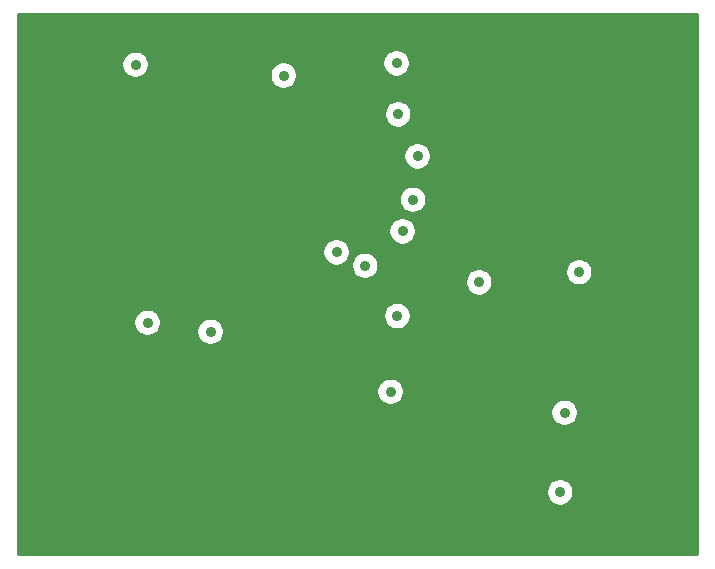
<source format=gbr>
G04 #@! TF.GenerationSoftware,KiCad,Pcbnew,(5.1.2)-2*
G04 #@! TF.CreationDate,2019-08-20T18:16:31+03:00*
G04 #@! TF.ProjectId,atmega328,61746d65-6761-4333-9238-2e6b69636164,rev?*
G04 #@! TF.SameCoordinates,Original*
G04 #@! TF.FileFunction,Copper,L3,Inr*
G04 #@! TF.FilePolarity,Positive*
%FSLAX46Y46*%
G04 Gerber Fmt 4.6, Leading zero omitted, Abs format (unit mm)*
G04 Created by KiCad (PCBNEW (5.1.2)-2) date 2019-08-20 18:16:31*
%MOMM*%
%LPD*%
G04 APERTURE LIST*
%ADD10C,0.900000*%
%ADD11C,0.300000*%
G04 APERTURE END LIST*
D10*
X126238000Y-48006000D03*
X138785499Y-48920501D03*
X148336000Y-47879000D03*
X163793994Y-65568006D03*
X162179000Y-84201000D03*
X127254000Y-69850000D03*
X132588000Y-70612000D03*
X149727000Y-59430000D03*
X148399500Y-69278500D03*
X155321000Y-66421000D03*
X148844000Y-62103000D03*
X138684000Y-44831000D03*
X148590000Y-44704000D03*
X163830000Y-55753000D03*
X166878000Y-70739000D03*
X152146000Y-86360000D03*
X133350000Y-72390000D03*
X127125970Y-72645030D03*
X140716000Y-57658000D03*
X153930000Y-75190000D03*
X148114000Y-73120000D03*
X162560000Y-77470000D03*
X147828000Y-75692000D03*
X145669000Y-65024000D03*
X150114000Y-55753000D03*
X143256000Y-63881000D03*
X148463000Y-52197000D03*
D11*
G36*
X173723001Y-89395000D02*
G01*
X116345000Y-89395000D01*
X116345000Y-84082810D01*
X160979000Y-84082810D01*
X160979000Y-84319190D01*
X161025116Y-84551027D01*
X161115574Y-84769413D01*
X161246899Y-84965955D01*
X161414045Y-85133101D01*
X161610587Y-85264426D01*
X161828973Y-85354884D01*
X162060810Y-85401000D01*
X162297190Y-85401000D01*
X162529027Y-85354884D01*
X162747413Y-85264426D01*
X162943955Y-85133101D01*
X163111101Y-84965955D01*
X163242426Y-84769413D01*
X163332884Y-84551027D01*
X163379000Y-84319190D01*
X163379000Y-84082810D01*
X163332884Y-83850973D01*
X163242426Y-83632587D01*
X163111101Y-83436045D01*
X162943955Y-83268899D01*
X162747413Y-83137574D01*
X162529027Y-83047116D01*
X162297190Y-83001000D01*
X162060810Y-83001000D01*
X161828973Y-83047116D01*
X161610587Y-83137574D01*
X161414045Y-83268899D01*
X161246899Y-83436045D01*
X161115574Y-83632587D01*
X161025116Y-83850973D01*
X160979000Y-84082810D01*
X116345000Y-84082810D01*
X116345000Y-77351810D01*
X161360000Y-77351810D01*
X161360000Y-77588190D01*
X161406116Y-77820027D01*
X161496574Y-78038413D01*
X161627899Y-78234955D01*
X161795045Y-78402101D01*
X161991587Y-78533426D01*
X162209973Y-78623884D01*
X162441810Y-78670000D01*
X162678190Y-78670000D01*
X162910027Y-78623884D01*
X163128413Y-78533426D01*
X163324955Y-78402101D01*
X163492101Y-78234955D01*
X163623426Y-78038413D01*
X163713884Y-77820027D01*
X163760000Y-77588190D01*
X163760000Y-77351810D01*
X163713884Y-77119973D01*
X163623426Y-76901587D01*
X163492101Y-76705045D01*
X163324955Y-76537899D01*
X163128413Y-76406574D01*
X162910027Y-76316116D01*
X162678190Y-76270000D01*
X162441810Y-76270000D01*
X162209973Y-76316116D01*
X161991587Y-76406574D01*
X161795045Y-76537899D01*
X161627899Y-76705045D01*
X161496574Y-76901587D01*
X161406116Y-77119973D01*
X161360000Y-77351810D01*
X116345000Y-77351810D01*
X116345000Y-75573810D01*
X146628000Y-75573810D01*
X146628000Y-75810190D01*
X146674116Y-76042027D01*
X146764574Y-76260413D01*
X146895899Y-76456955D01*
X147063045Y-76624101D01*
X147259587Y-76755426D01*
X147477973Y-76845884D01*
X147709810Y-76892000D01*
X147946190Y-76892000D01*
X148178027Y-76845884D01*
X148396413Y-76755426D01*
X148592955Y-76624101D01*
X148760101Y-76456955D01*
X148891426Y-76260413D01*
X148981884Y-76042027D01*
X149028000Y-75810190D01*
X149028000Y-75573810D01*
X148981884Y-75341973D01*
X148891426Y-75123587D01*
X148760101Y-74927045D01*
X148592955Y-74759899D01*
X148396413Y-74628574D01*
X148178027Y-74538116D01*
X147946190Y-74492000D01*
X147709810Y-74492000D01*
X147477973Y-74538116D01*
X147259587Y-74628574D01*
X147063045Y-74759899D01*
X146895899Y-74927045D01*
X146764574Y-75123587D01*
X146674116Y-75341973D01*
X146628000Y-75573810D01*
X116345000Y-75573810D01*
X116345000Y-69731810D01*
X126054000Y-69731810D01*
X126054000Y-69968190D01*
X126100116Y-70200027D01*
X126190574Y-70418413D01*
X126321899Y-70614955D01*
X126489045Y-70782101D01*
X126685587Y-70913426D01*
X126903973Y-71003884D01*
X127135810Y-71050000D01*
X127372190Y-71050000D01*
X127604027Y-71003884D01*
X127822413Y-70913426D01*
X128018955Y-70782101D01*
X128186101Y-70614955D01*
X128267047Y-70493810D01*
X131388000Y-70493810D01*
X131388000Y-70730190D01*
X131434116Y-70962027D01*
X131524574Y-71180413D01*
X131655899Y-71376955D01*
X131823045Y-71544101D01*
X132019587Y-71675426D01*
X132237973Y-71765884D01*
X132469810Y-71812000D01*
X132706190Y-71812000D01*
X132938027Y-71765884D01*
X133156413Y-71675426D01*
X133352955Y-71544101D01*
X133520101Y-71376955D01*
X133651426Y-71180413D01*
X133741884Y-70962027D01*
X133788000Y-70730190D01*
X133788000Y-70493810D01*
X133741884Y-70261973D01*
X133651426Y-70043587D01*
X133520101Y-69847045D01*
X133352955Y-69679899D01*
X133156413Y-69548574D01*
X132938027Y-69458116D01*
X132706190Y-69412000D01*
X132469810Y-69412000D01*
X132237973Y-69458116D01*
X132019587Y-69548574D01*
X131823045Y-69679899D01*
X131655899Y-69847045D01*
X131524574Y-70043587D01*
X131434116Y-70261973D01*
X131388000Y-70493810D01*
X128267047Y-70493810D01*
X128317426Y-70418413D01*
X128407884Y-70200027D01*
X128454000Y-69968190D01*
X128454000Y-69731810D01*
X128407884Y-69499973D01*
X128317426Y-69281587D01*
X128236392Y-69160310D01*
X147199500Y-69160310D01*
X147199500Y-69396690D01*
X147245616Y-69628527D01*
X147336074Y-69846913D01*
X147467399Y-70043455D01*
X147634545Y-70210601D01*
X147831087Y-70341926D01*
X148049473Y-70432384D01*
X148281310Y-70478500D01*
X148517690Y-70478500D01*
X148749527Y-70432384D01*
X148967913Y-70341926D01*
X149164455Y-70210601D01*
X149331601Y-70043455D01*
X149462926Y-69846913D01*
X149553384Y-69628527D01*
X149599500Y-69396690D01*
X149599500Y-69160310D01*
X149553384Y-68928473D01*
X149462926Y-68710087D01*
X149331601Y-68513545D01*
X149164455Y-68346399D01*
X148967913Y-68215074D01*
X148749527Y-68124616D01*
X148517690Y-68078500D01*
X148281310Y-68078500D01*
X148049473Y-68124616D01*
X147831087Y-68215074D01*
X147634545Y-68346399D01*
X147467399Y-68513545D01*
X147336074Y-68710087D01*
X147245616Y-68928473D01*
X147199500Y-69160310D01*
X128236392Y-69160310D01*
X128186101Y-69085045D01*
X128018955Y-68917899D01*
X127822413Y-68786574D01*
X127604027Y-68696116D01*
X127372190Y-68650000D01*
X127135810Y-68650000D01*
X126903973Y-68696116D01*
X126685587Y-68786574D01*
X126489045Y-68917899D01*
X126321899Y-69085045D01*
X126190574Y-69281587D01*
X126100116Y-69499973D01*
X126054000Y-69731810D01*
X116345000Y-69731810D01*
X116345000Y-66302810D01*
X154121000Y-66302810D01*
X154121000Y-66539190D01*
X154167116Y-66771027D01*
X154257574Y-66989413D01*
X154388899Y-67185955D01*
X154556045Y-67353101D01*
X154752587Y-67484426D01*
X154970973Y-67574884D01*
X155202810Y-67621000D01*
X155439190Y-67621000D01*
X155671027Y-67574884D01*
X155889413Y-67484426D01*
X156085955Y-67353101D01*
X156253101Y-67185955D01*
X156384426Y-66989413D01*
X156474884Y-66771027D01*
X156521000Y-66539190D01*
X156521000Y-66302810D01*
X156474884Y-66070973D01*
X156384426Y-65852587D01*
X156253101Y-65656045D01*
X156085955Y-65488899D01*
X156027464Y-65449816D01*
X162593994Y-65449816D01*
X162593994Y-65686196D01*
X162640110Y-65918033D01*
X162730568Y-66136419D01*
X162861893Y-66332961D01*
X163029039Y-66500107D01*
X163225581Y-66631432D01*
X163443967Y-66721890D01*
X163675804Y-66768006D01*
X163912184Y-66768006D01*
X164144021Y-66721890D01*
X164362407Y-66631432D01*
X164558949Y-66500107D01*
X164726095Y-66332961D01*
X164857420Y-66136419D01*
X164947878Y-65918033D01*
X164993994Y-65686196D01*
X164993994Y-65449816D01*
X164947878Y-65217979D01*
X164857420Y-64999593D01*
X164726095Y-64803051D01*
X164558949Y-64635905D01*
X164362407Y-64504580D01*
X164144021Y-64414122D01*
X163912184Y-64368006D01*
X163675804Y-64368006D01*
X163443967Y-64414122D01*
X163225581Y-64504580D01*
X163029039Y-64635905D01*
X162861893Y-64803051D01*
X162730568Y-64999593D01*
X162640110Y-65217979D01*
X162593994Y-65449816D01*
X156027464Y-65449816D01*
X155889413Y-65357574D01*
X155671027Y-65267116D01*
X155439190Y-65221000D01*
X155202810Y-65221000D01*
X154970973Y-65267116D01*
X154752587Y-65357574D01*
X154556045Y-65488899D01*
X154388899Y-65656045D01*
X154257574Y-65852587D01*
X154167116Y-66070973D01*
X154121000Y-66302810D01*
X116345000Y-66302810D01*
X116345000Y-63762810D01*
X142056000Y-63762810D01*
X142056000Y-63999190D01*
X142102116Y-64231027D01*
X142192574Y-64449413D01*
X142323899Y-64645955D01*
X142491045Y-64813101D01*
X142687587Y-64944426D01*
X142905973Y-65034884D01*
X143137810Y-65081000D01*
X143374190Y-65081000D01*
X143606027Y-65034884D01*
X143824413Y-64944426D01*
X143882206Y-64905810D01*
X144469000Y-64905810D01*
X144469000Y-65142190D01*
X144515116Y-65374027D01*
X144605574Y-65592413D01*
X144736899Y-65788955D01*
X144904045Y-65956101D01*
X145100587Y-66087426D01*
X145318973Y-66177884D01*
X145550810Y-66224000D01*
X145787190Y-66224000D01*
X146019027Y-66177884D01*
X146237413Y-66087426D01*
X146433955Y-65956101D01*
X146601101Y-65788955D01*
X146732426Y-65592413D01*
X146822884Y-65374027D01*
X146869000Y-65142190D01*
X146869000Y-64905810D01*
X146822884Y-64673973D01*
X146732426Y-64455587D01*
X146601101Y-64259045D01*
X146433955Y-64091899D01*
X146237413Y-63960574D01*
X146019027Y-63870116D01*
X145787190Y-63824000D01*
X145550810Y-63824000D01*
X145318973Y-63870116D01*
X145100587Y-63960574D01*
X144904045Y-64091899D01*
X144736899Y-64259045D01*
X144605574Y-64455587D01*
X144515116Y-64673973D01*
X144469000Y-64905810D01*
X143882206Y-64905810D01*
X144020955Y-64813101D01*
X144188101Y-64645955D01*
X144319426Y-64449413D01*
X144409884Y-64231027D01*
X144456000Y-63999190D01*
X144456000Y-63762810D01*
X144409884Y-63530973D01*
X144319426Y-63312587D01*
X144188101Y-63116045D01*
X144020955Y-62948899D01*
X143824413Y-62817574D01*
X143606027Y-62727116D01*
X143374190Y-62681000D01*
X143137810Y-62681000D01*
X142905973Y-62727116D01*
X142687587Y-62817574D01*
X142491045Y-62948899D01*
X142323899Y-63116045D01*
X142192574Y-63312587D01*
X142102116Y-63530973D01*
X142056000Y-63762810D01*
X116345000Y-63762810D01*
X116345000Y-61984810D01*
X147644000Y-61984810D01*
X147644000Y-62221190D01*
X147690116Y-62453027D01*
X147780574Y-62671413D01*
X147911899Y-62867955D01*
X148079045Y-63035101D01*
X148275587Y-63166426D01*
X148493973Y-63256884D01*
X148725810Y-63303000D01*
X148962190Y-63303000D01*
X149194027Y-63256884D01*
X149412413Y-63166426D01*
X149608955Y-63035101D01*
X149776101Y-62867955D01*
X149907426Y-62671413D01*
X149997884Y-62453027D01*
X150044000Y-62221190D01*
X150044000Y-61984810D01*
X149997884Y-61752973D01*
X149907426Y-61534587D01*
X149776101Y-61338045D01*
X149608955Y-61170899D01*
X149412413Y-61039574D01*
X149194027Y-60949116D01*
X148962190Y-60903000D01*
X148725810Y-60903000D01*
X148493973Y-60949116D01*
X148275587Y-61039574D01*
X148079045Y-61170899D01*
X147911899Y-61338045D01*
X147780574Y-61534587D01*
X147690116Y-61752973D01*
X147644000Y-61984810D01*
X116345000Y-61984810D01*
X116345000Y-59311810D01*
X148527000Y-59311810D01*
X148527000Y-59548190D01*
X148573116Y-59780027D01*
X148663574Y-59998413D01*
X148794899Y-60194955D01*
X148962045Y-60362101D01*
X149158587Y-60493426D01*
X149376973Y-60583884D01*
X149608810Y-60630000D01*
X149845190Y-60630000D01*
X150077027Y-60583884D01*
X150295413Y-60493426D01*
X150491955Y-60362101D01*
X150659101Y-60194955D01*
X150790426Y-59998413D01*
X150880884Y-59780027D01*
X150927000Y-59548190D01*
X150927000Y-59311810D01*
X150880884Y-59079973D01*
X150790426Y-58861587D01*
X150659101Y-58665045D01*
X150491955Y-58497899D01*
X150295413Y-58366574D01*
X150077027Y-58276116D01*
X149845190Y-58230000D01*
X149608810Y-58230000D01*
X149376973Y-58276116D01*
X149158587Y-58366574D01*
X148962045Y-58497899D01*
X148794899Y-58665045D01*
X148663574Y-58861587D01*
X148573116Y-59079973D01*
X148527000Y-59311810D01*
X116345000Y-59311810D01*
X116345000Y-55634810D01*
X148914000Y-55634810D01*
X148914000Y-55871190D01*
X148960116Y-56103027D01*
X149050574Y-56321413D01*
X149181899Y-56517955D01*
X149349045Y-56685101D01*
X149545587Y-56816426D01*
X149763973Y-56906884D01*
X149995810Y-56953000D01*
X150232190Y-56953000D01*
X150464027Y-56906884D01*
X150682413Y-56816426D01*
X150878955Y-56685101D01*
X151046101Y-56517955D01*
X151177426Y-56321413D01*
X151267884Y-56103027D01*
X151314000Y-55871190D01*
X151314000Y-55634810D01*
X151267884Y-55402973D01*
X151177426Y-55184587D01*
X151046101Y-54988045D01*
X150878955Y-54820899D01*
X150682413Y-54689574D01*
X150464027Y-54599116D01*
X150232190Y-54553000D01*
X149995810Y-54553000D01*
X149763973Y-54599116D01*
X149545587Y-54689574D01*
X149349045Y-54820899D01*
X149181899Y-54988045D01*
X149050574Y-55184587D01*
X148960116Y-55402973D01*
X148914000Y-55634810D01*
X116345000Y-55634810D01*
X116345000Y-52078810D01*
X147263000Y-52078810D01*
X147263000Y-52315190D01*
X147309116Y-52547027D01*
X147399574Y-52765413D01*
X147530899Y-52961955D01*
X147698045Y-53129101D01*
X147894587Y-53260426D01*
X148112973Y-53350884D01*
X148344810Y-53397000D01*
X148581190Y-53397000D01*
X148813027Y-53350884D01*
X149031413Y-53260426D01*
X149227955Y-53129101D01*
X149395101Y-52961955D01*
X149526426Y-52765413D01*
X149616884Y-52547027D01*
X149663000Y-52315190D01*
X149663000Y-52078810D01*
X149616884Y-51846973D01*
X149526426Y-51628587D01*
X149395101Y-51432045D01*
X149227955Y-51264899D01*
X149031413Y-51133574D01*
X148813027Y-51043116D01*
X148581190Y-50997000D01*
X148344810Y-50997000D01*
X148112973Y-51043116D01*
X147894587Y-51133574D01*
X147698045Y-51264899D01*
X147530899Y-51432045D01*
X147399574Y-51628587D01*
X147309116Y-51846973D01*
X147263000Y-52078810D01*
X116345000Y-52078810D01*
X116345000Y-47887810D01*
X125038000Y-47887810D01*
X125038000Y-48124190D01*
X125084116Y-48356027D01*
X125174574Y-48574413D01*
X125305899Y-48770955D01*
X125473045Y-48938101D01*
X125669587Y-49069426D01*
X125887973Y-49159884D01*
X126119810Y-49206000D01*
X126356190Y-49206000D01*
X126588027Y-49159884D01*
X126806413Y-49069426D01*
X127002955Y-48938101D01*
X127138745Y-48802311D01*
X137585499Y-48802311D01*
X137585499Y-49038691D01*
X137631615Y-49270528D01*
X137722073Y-49488914D01*
X137853398Y-49685456D01*
X138020544Y-49852602D01*
X138217086Y-49983927D01*
X138435472Y-50074385D01*
X138667309Y-50120501D01*
X138903689Y-50120501D01*
X139135526Y-50074385D01*
X139353912Y-49983927D01*
X139550454Y-49852602D01*
X139717600Y-49685456D01*
X139848925Y-49488914D01*
X139939383Y-49270528D01*
X139985499Y-49038691D01*
X139985499Y-48802311D01*
X139939383Y-48570474D01*
X139848925Y-48352088D01*
X139717600Y-48155546D01*
X139550454Y-47988400D01*
X139353912Y-47857075D01*
X139135526Y-47766617D01*
X139106333Y-47760810D01*
X147136000Y-47760810D01*
X147136000Y-47997190D01*
X147182116Y-48229027D01*
X147272574Y-48447413D01*
X147403899Y-48643955D01*
X147571045Y-48811101D01*
X147767587Y-48942426D01*
X147985973Y-49032884D01*
X148217810Y-49079000D01*
X148454190Y-49079000D01*
X148686027Y-49032884D01*
X148904413Y-48942426D01*
X149100955Y-48811101D01*
X149268101Y-48643955D01*
X149399426Y-48447413D01*
X149489884Y-48229027D01*
X149536000Y-47997190D01*
X149536000Y-47760810D01*
X149489884Y-47528973D01*
X149399426Y-47310587D01*
X149268101Y-47114045D01*
X149100955Y-46946899D01*
X148904413Y-46815574D01*
X148686027Y-46725116D01*
X148454190Y-46679000D01*
X148217810Y-46679000D01*
X147985973Y-46725116D01*
X147767587Y-46815574D01*
X147571045Y-46946899D01*
X147403899Y-47114045D01*
X147272574Y-47310587D01*
X147182116Y-47528973D01*
X147136000Y-47760810D01*
X139106333Y-47760810D01*
X138903689Y-47720501D01*
X138667309Y-47720501D01*
X138435472Y-47766617D01*
X138217086Y-47857075D01*
X138020544Y-47988400D01*
X137853398Y-48155546D01*
X137722073Y-48352088D01*
X137631615Y-48570474D01*
X137585499Y-48802311D01*
X127138745Y-48802311D01*
X127170101Y-48770955D01*
X127301426Y-48574413D01*
X127391884Y-48356027D01*
X127438000Y-48124190D01*
X127438000Y-47887810D01*
X127391884Y-47655973D01*
X127301426Y-47437587D01*
X127170101Y-47241045D01*
X127002955Y-47073899D01*
X126806413Y-46942574D01*
X126588027Y-46852116D01*
X126356190Y-46806000D01*
X126119810Y-46806000D01*
X125887973Y-46852116D01*
X125669587Y-46942574D01*
X125473045Y-47073899D01*
X125305899Y-47241045D01*
X125174574Y-47437587D01*
X125084116Y-47655973D01*
X125038000Y-47887810D01*
X116345000Y-47887810D01*
X116345000Y-43828000D01*
X173723000Y-43828000D01*
X173723001Y-89395000D01*
X173723001Y-89395000D01*
G37*
X173723001Y-89395000D02*
X116345000Y-89395000D01*
X116345000Y-84082810D01*
X160979000Y-84082810D01*
X160979000Y-84319190D01*
X161025116Y-84551027D01*
X161115574Y-84769413D01*
X161246899Y-84965955D01*
X161414045Y-85133101D01*
X161610587Y-85264426D01*
X161828973Y-85354884D01*
X162060810Y-85401000D01*
X162297190Y-85401000D01*
X162529027Y-85354884D01*
X162747413Y-85264426D01*
X162943955Y-85133101D01*
X163111101Y-84965955D01*
X163242426Y-84769413D01*
X163332884Y-84551027D01*
X163379000Y-84319190D01*
X163379000Y-84082810D01*
X163332884Y-83850973D01*
X163242426Y-83632587D01*
X163111101Y-83436045D01*
X162943955Y-83268899D01*
X162747413Y-83137574D01*
X162529027Y-83047116D01*
X162297190Y-83001000D01*
X162060810Y-83001000D01*
X161828973Y-83047116D01*
X161610587Y-83137574D01*
X161414045Y-83268899D01*
X161246899Y-83436045D01*
X161115574Y-83632587D01*
X161025116Y-83850973D01*
X160979000Y-84082810D01*
X116345000Y-84082810D01*
X116345000Y-77351810D01*
X161360000Y-77351810D01*
X161360000Y-77588190D01*
X161406116Y-77820027D01*
X161496574Y-78038413D01*
X161627899Y-78234955D01*
X161795045Y-78402101D01*
X161991587Y-78533426D01*
X162209973Y-78623884D01*
X162441810Y-78670000D01*
X162678190Y-78670000D01*
X162910027Y-78623884D01*
X163128413Y-78533426D01*
X163324955Y-78402101D01*
X163492101Y-78234955D01*
X163623426Y-78038413D01*
X163713884Y-77820027D01*
X163760000Y-77588190D01*
X163760000Y-77351810D01*
X163713884Y-77119973D01*
X163623426Y-76901587D01*
X163492101Y-76705045D01*
X163324955Y-76537899D01*
X163128413Y-76406574D01*
X162910027Y-76316116D01*
X162678190Y-76270000D01*
X162441810Y-76270000D01*
X162209973Y-76316116D01*
X161991587Y-76406574D01*
X161795045Y-76537899D01*
X161627899Y-76705045D01*
X161496574Y-76901587D01*
X161406116Y-77119973D01*
X161360000Y-77351810D01*
X116345000Y-77351810D01*
X116345000Y-75573810D01*
X146628000Y-75573810D01*
X146628000Y-75810190D01*
X146674116Y-76042027D01*
X146764574Y-76260413D01*
X146895899Y-76456955D01*
X147063045Y-76624101D01*
X147259587Y-76755426D01*
X147477973Y-76845884D01*
X147709810Y-76892000D01*
X147946190Y-76892000D01*
X148178027Y-76845884D01*
X148396413Y-76755426D01*
X148592955Y-76624101D01*
X148760101Y-76456955D01*
X148891426Y-76260413D01*
X148981884Y-76042027D01*
X149028000Y-75810190D01*
X149028000Y-75573810D01*
X148981884Y-75341973D01*
X148891426Y-75123587D01*
X148760101Y-74927045D01*
X148592955Y-74759899D01*
X148396413Y-74628574D01*
X148178027Y-74538116D01*
X147946190Y-74492000D01*
X147709810Y-74492000D01*
X147477973Y-74538116D01*
X147259587Y-74628574D01*
X147063045Y-74759899D01*
X146895899Y-74927045D01*
X146764574Y-75123587D01*
X146674116Y-75341973D01*
X146628000Y-75573810D01*
X116345000Y-75573810D01*
X116345000Y-69731810D01*
X126054000Y-69731810D01*
X126054000Y-69968190D01*
X126100116Y-70200027D01*
X126190574Y-70418413D01*
X126321899Y-70614955D01*
X126489045Y-70782101D01*
X126685587Y-70913426D01*
X126903973Y-71003884D01*
X127135810Y-71050000D01*
X127372190Y-71050000D01*
X127604027Y-71003884D01*
X127822413Y-70913426D01*
X128018955Y-70782101D01*
X128186101Y-70614955D01*
X128267047Y-70493810D01*
X131388000Y-70493810D01*
X131388000Y-70730190D01*
X131434116Y-70962027D01*
X131524574Y-71180413D01*
X131655899Y-71376955D01*
X131823045Y-71544101D01*
X132019587Y-71675426D01*
X132237973Y-71765884D01*
X132469810Y-71812000D01*
X132706190Y-71812000D01*
X132938027Y-71765884D01*
X133156413Y-71675426D01*
X133352955Y-71544101D01*
X133520101Y-71376955D01*
X133651426Y-71180413D01*
X133741884Y-70962027D01*
X133788000Y-70730190D01*
X133788000Y-70493810D01*
X133741884Y-70261973D01*
X133651426Y-70043587D01*
X133520101Y-69847045D01*
X133352955Y-69679899D01*
X133156413Y-69548574D01*
X132938027Y-69458116D01*
X132706190Y-69412000D01*
X132469810Y-69412000D01*
X132237973Y-69458116D01*
X132019587Y-69548574D01*
X131823045Y-69679899D01*
X131655899Y-69847045D01*
X131524574Y-70043587D01*
X131434116Y-70261973D01*
X131388000Y-70493810D01*
X128267047Y-70493810D01*
X128317426Y-70418413D01*
X128407884Y-70200027D01*
X128454000Y-69968190D01*
X128454000Y-69731810D01*
X128407884Y-69499973D01*
X128317426Y-69281587D01*
X128236392Y-69160310D01*
X147199500Y-69160310D01*
X147199500Y-69396690D01*
X147245616Y-69628527D01*
X147336074Y-69846913D01*
X147467399Y-70043455D01*
X147634545Y-70210601D01*
X147831087Y-70341926D01*
X148049473Y-70432384D01*
X148281310Y-70478500D01*
X148517690Y-70478500D01*
X148749527Y-70432384D01*
X148967913Y-70341926D01*
X149164455Y-70210601D01*
X149331601Y-70043455D01*
X149462926Y-69846913D01*
X149553384Y-69628527D01*
X149599500Y-69396690D01*
X149599500Y-69160310D01*
X149553384Y-68928473D01*
X149462926Y-68710087D01*
X149331601Y-68513545D01*
X149164455Y-68346399D01*
X148967913Y-68215074D01*
X148749527Y-68124616D01*
X148517690Y-68078500D01*
X148281310Y-68078500D01*
X148049473Y-68124616D01*
X147831087Y-68215074D01*
X147634545Y-68346399D01*
X147467399Y-68513545D01*
X147336074Y-68710087D01*
X147245616Y-68928473D01*
X147199500Y-69160310D01*
X128236392Y-69160310D01*
X128186101Y-69085045D01*
X128018955Y-68917899D01*
X127822413Y-68786574D01*
X127604027Y-68696116D01*
X127372190Y-68650000D01*
X127135810Y-68650000D01*
X126903973Y-68696116D01*
X126685587Y-68786574D01*
X126489045Y-68917899D01*
X126321899Y-69085045D01*
X126190574Y-69281587D01*
X126100116Y-69499973D01*
X126054000Y-69731810D01*
X116345000Y-69731810D01*
X116345000Y-66302810D01*
X154121000Y-66302810D01*
X154121000Y-66539190D01*
X154167116Y-66771027D01*
X154257574Y-66989413D01*
X154388899Y-67185955D01*
X154556045Y-67353101D01*
X154752587Y-67484426D01*
X154970973Y-67574884D01*
X155202810Y-67621000D01*
X155439190Y-67621000D01*
X155671027Y-67574884D01*
X155889413Y-67484426D01*
X156085955Y-67353101D01*
X156253101Y-67185955D01*
X156384426Y-66989413D01*
X156474884Y-66771027D01*
X156521000Y-66539190D01*
X156521000Y-66302810D01*
X156474884Y-66070973D01*
X156384426Y-65852587D01*
X156253101Y-65656045D01*
X156085955Y-65488899D01*
X156027464Y-65449816D01*
X162593994Y-65449816D01*
X162593994Y-65686196D01*
X162640110Y-65918033D01*
X162730568Y-66136419D01*
X162861893Y-66332961D01*
X163029039Y-66500107D01*
X163225581Y-66631432D01*
X163443967Y-66721890D01*
X163675804Y-66768006D01*
X163912184Y-66768006D01*
X164144021Y-66721890D01*
X164362407Y-66631432D01*
X164558949Y-66500107D01*
X164726095Y-66332961D01*
X164857420Y-66136419D01*
X164947878Y-65918033D01*
X164993994Y-65686196D01*
X164993994Y-65449816D01*
X164947878Y-65217979D01*
X164857420Y-64999593D01*
X164726095Y-64803051D01*
X164558949Y-64635905D01*
X164362407Y-64504580D01*
X164144021Y-64414122D01*
X163912184Y-64368006D01*
X163675804Y-64368006D01*
X163443967Y-64414122D01*
X163225581Y-64504580D01*
X163029039Y-64635905D01*
X162861893Y-64803051D01*
X162730568Y-64999593D01*
X162640110Y-65217979D01*
X162593994Y-65449816D01*
X156027464Y-65449816D01*
X155889413Y-65357574D01*
X155671027Y-65267116D01*
X155439190Y-65221000D01*
X155202810Y-65221000D01*
X154970973Y-65267116D01*
X154752587Y-65357574D01*
X154556045Y-65488899D01*
X154388899Y-65656045D01*
X154257574Y-65852587D01*
X154167116Y-66070973D01*
X154121000Y-66302810D01*
X116345000Y-66302810D01*
X116345000Y-63762810D01*
X142056000Y-63762810D01*
X142056000Y-63999190D01*
X142102116Y-64231027D01*
X142192574Y-64449413D01*
X142323899Y-64645955D01*
X142491045Y-64813101D01*
X142687587Y-64944426D01*
X142905973Y-65034884D01*
X143137810Y-65081000D01*
X143374190Y-65081000D01*
X143606027Y-65034884D01*
X143824413Y-64944426D01*
X143882206Y-64905810D01*
X144469000Y-64905810D01*
X144469000Y-65142190D01*
X144515116Y-65374027D01*
X144605574Y-65592413D01*
X144736899Y-65788955D01*
X144904045Y-65956101D01*
X145100587Y-66087426D01*
X145318973Y-66177884D01*
X145550810Y-66224000D01*
X145787190Y-66224000D01*
X146019027Y-66177884D01*
X146237413Y-66087426D01*
X146433955Y-65956101D01*
X146601101Y-65788955D01*
X146732426Y-65592413D01*
X146822884Y-65374027D01*
X146869000Y-65142190D01*
X146869000Y-64905810D01*
X146822884Y-64673973D01*
X146732426Y-64455587D01*
X146601101Y-64259045D01*
X146433955Y-64091899D01*
X146237413Y-63960574D01*
X146019027Y-63870116D01*
X145787190Y-63824000D01*
X145550810Y-63824000D01*
X145318973Y-63870116D01*
X145100587Y-63960574D01*
X144904045Y-64091899D01*
X144736899Y-64259045D01*
X144605574Y-64455587D01*
X144515116Y-64673973D01*
X144469000Y-64905810D01*
X143882206Y-64905810D01*
X144020955Y-64813101D01*
X144188101Y-64645955D01*
X144319426Y-64449413D01*
X144409884Y-64231027D01*
X144456000Y-63999190D01*
X144456000Y-63762810D01*
X144409884Y-63530973D01*
X144319426Y-63312587D01*
X144188101Y-63116045D01*
X144020955Y-62948899D01*
X143824413Y-62817574D01*
X143606027Y-62727116D01*
X143374190Y-62681000D01*
X143137810Y-62681000D01*
X142905973Y-62727116D01*
X142687587Y-62817574D01*
X142491045Y-62948899D01*
X142323899Y-63116045D01*
X142192574Y-63312587D01*
X142102116Y-63530973D01*
X142056000Y-63762810D01*
X116345000Y-63762810D01*
X116345000Y-61984810D01*
X147644000Y-61984810D01*
X147644000Y-62221190D01*
X147690116Y-62453027D01*
X147780574Y-62671413D01*
X147911899Y-62867955D01*
X148079045Y-63035101D01*
X148275587Y-63166426D01*
X148493973Y-63256884D01*
X148725810Y-63303000D01*
X148962190Y-63303000D01*
X149194027Y-63256884D01*
X149412413Y-63166426D01*
X149608955Y-63035101D01*
X149776101Y-62867955D01*
X149907426Y-62671413D01*
X149997884Y-62453027D01*
X150044000Y-62221190D01*
X150044000Y-61984810D01*
X149997884Y-61752973D01*
X149907426Y-61534587D01*
X149776101Y-61338045D01*
X149608955Y-61170899D01*
X149412413Y-61039574D01*
X149194027Y-60949116D01*
X148962190Y-60903000D01*
X148725810Y-60903000D01*
X148493973Y-60949116D01*
X148275587Y-61039574D01*
X148079045Y-61170899D01*
X147911899Y-61338045D01*
X147780574Y-61534587D01*
X147690116Y-61752973D01*
X147644000Y-61984810D01*
X116345000Y-61984810D01*
X116345000Y-59311810D01*
X148527000Y-59311810D01*
X148527000Y-59548190D01*
X148573116Y-59780027D01*
X148663574Y-59998413D01*
X148794899Y-60194955D01*
X148962045Y-60362101D01*
X149158587Y-60493426D01*
X149376973Y-60583884D01*
X149608810Y-60630000D01*
X149845190Y-60630000D01*
X150077027Y-60583884D01*
X150295413Y-60493426D01*
X150491955Y-60362101D01*
X150659101Y-60194955D01*
X150790426Y-59998413D01*
X150880884Y-59780027D01*
X150927000Y-59548190D01*
X150927000Y-59311810D01*
X150880884Y-59079973D01*
X150790426Y-58861587D01*
X150659101Y-58665045D01*
X150491955Y-58497899D01*
X150295413Y-58366574D01*
X150077027Y-58276116D01*
X149845190Y-58230000D01*
X149608810Y-58230000D01*
X149376973Y-58276116D01*
X149158587Y-58366574D01*
X148962045Y-58497899D01*
X148794899Y-58665045D01*
X148663574Y-58861587D01*
X148573116Y-59079973D01*
X148527000Y-59311810D01*
X116345000Y-59311810D01*
X116345000Y-55634810D01*
X148914000Y-55634810D01*
X148914000Y-55871190D01*
X148960116Y-56103027D01*
X149050574Y-56321413D01*
X149181899Y-56517955D01*
X149349045Y-56685101D01*
X149545587Y-56816426D01*
X149763973Y-56906884D01*
X149995810Y-56953000D01*
X150232190Y-56953000D01*
X150464027Y-56906884D01*
X150682413Y-56816426D01*
X150878955Y-56685101D01*
X151046101Y-56517955D01*
X151177426Y-56321413D01*
X151267884Y-56103027D01*
X151314000Y-55871190D01*
X151314000Y-55634810D01*
X151267884Y-55402973D01*
X151177426Y-55184587D01*
X151046101Y-54988045D01*
X150878955Y-54820899D01*
X150682413Y-54689574D01*
X150464027Y-54599116D01*
X150232190Y-54553000D01*
X149995810Y-54553000D01*
X149763973Y-54599116D01*
X149545587Y-54689574D01*
X149349045Y-54820899D01*
X149181899Y-54988045D01*
X149050574Y-55184587D01*
X148960116Y-55402973D01*
X148914000Y-55634810D01*
X116345000Y-55634810D01*
X116345000Y-52078810D01*
X147263000Y-52078810D01*
X147263000Y-52315190D01*
X147309116Y-52547027D01*
X147399574Y-52765413D01*
X147530899Y-52961955D01*
X147698045Y-53129101D01*
X147894587Y-53260426D01*
X148112973Y-53350884D01*
X148344810Y-53397000D01*
X148581190Y-53397000D01*
X148813027Y-53350884D01*
X149031413Y-53260426D01*
X149227955Y-53129101D01*
X149395101Y-52961955D01*
X149526426Y-52765413D01*
X149616884Y-52547027D01*
X149663000Y-52315190D01*
X149663000Y-52078810D01*
X149616884Y-51846973D01*
X149526426Y-51628587D01*
X149395101Y-51432045D01*
X149227955Y-51264899D01*
X149031413Y-51133574D01*
X148813027Y-51043116D01*
X148581190Y-50997000D01*
X148344810Y-50997000D01*
X148112973Y-51043116D01*
X147894587Y-51133574D01*
X147698045Y-51264899D01*
X147530899Y-51432045D01*
X147399574Y-51628587D01*
X147309116Y-51846973D01*
X147263000Y-52078810D01*
X116345000Y-52078810D01*
X116345000Y-47887810D01*
X125038000Y-47887810D01*
X125038000Y-48124190D01*
X125084116Y-48356027D01*
X125174574Y-48574413D01*
X125305899Y-48770955D01*
X125473045Y-48938101D01*
X125669587Y-49069426D01*
X125887973Y-49159884D01*
X126119810Y-49206000D01*
X126356190Y-49206000D01*
X126588027Y-49159884D01*
X126806413Y-49069426D01*
X127002955Y-48938101D01*
X127138745Y-48802311D01*
X137585499Y-48802311D01*
X137585499Y-49038691D01*
X137631615Y-49270528D01*
X137722073Y-49488914D01*
X137853398Y-49685456D01*
X138020544Y-49852602D01*
X138217086Y-49983927D01*
X138435472Y-50074385D01*
X138667309Y-50120501D01*
X138903689Y-50120501D01*
X139135526Y-50074385D01*
X139353912Y-49983927D01*
X139550454Y-49852602D01*
X139717600Y-49685456D01*
X139848925Y-49488914D01*
X139939383Y-49270528D01*
X139985499Y-49038691D01*
X139985499Y-48802311D01*
X139939383Y-48570474D01*
X139848925Y-48352088D01*
X139717600Y-48155546D01*
X139550454Y-47988400D01*
X139353912Y-47857075D01*
X139135526Y-47766617D01*
X139106333Y-47760810D01*
X147136000Y-47760810D01*
X147136000Y-47997190D01*
X147182116Y-48229027D01*
X147272574Y-48447413D01*
X147403899Y-48643955D01*
X147571045Y-48811101D01*
X147767587Y-48942426D01*
X147985973Y-49032884D01*
X148217810Y-49079000D01*
X148454190Y-49079000D01*
X148686027Y-49032884D01*
X148904413Y-48942426D01*
X149100955Y-48811101D01*
X149268101Y-48643955D01*
X149399426Y-48447413D01*
X149489884Y-48229027D01*
X149536000Y-47997190D01*
X149536000Y-47760810D01*
X149489884Y-47528973D01*
X149399426Y-47310587D01*
X149268101Y-47114045D01*
X149100955Y-46946899D01*
X148904413Y-46815574D01*
X148686027Y-46725116D01*
X148454190Y-46679000D01*
X148217810Y-46679000D01*
X147985973Y-46725116D01*
X147767587Y-46815574D01*
X147571045Y-46946899D01*
X147403899Y-47114045D01*
X147272574Y-47310587D01*
X147182116Y-47528973D01*
X147136000Y-47760810D01*
X139106333Y-47760810D01*
X138903689Y-47720501D01*
X138667309Y-47720501D01*
X138435472Y-47766617D01*
X138217086Y-47857075D01*
X138020544Y-47988400D01*
X137853398Y-48155546D01*
X137722073Y-48352088D01*
X137631615Y-48570474D01*
X137585499Y-48802311D01*
X127138745Y-48802311D01*
X127170101Y-48770955D01*
X127301426Y-48574413D01*
X127391884Y-48356027D01*
X127438000Y-48124190D01*
X127438000Y-47887810D01*
X127391884Y-47655973D01*
X127301426Y-47437587D01*
X127170101Y-47241045D01*
X127002955Y-47073899D01*
X126806413Y-46942574D01*
X126588027Y-46852116D01*
X126356190Y-46806000D01*
X126119810Y-46806000D01*
X125887973Y-46852116D01*
X125669587Y-46942574D01*
X125473045Y-47073899D01*
X125305899Y-47241045D01*
X125174574Y-47437587D01*
X125084116Y-47655973D01*
X125038000Y-47887810D01*
X116345000Y-47887810D01*
X116345000Y-43828000D01*
X173723000Y-43828000D01*
X173723001Y-89395000D01*
M02*

</source>
